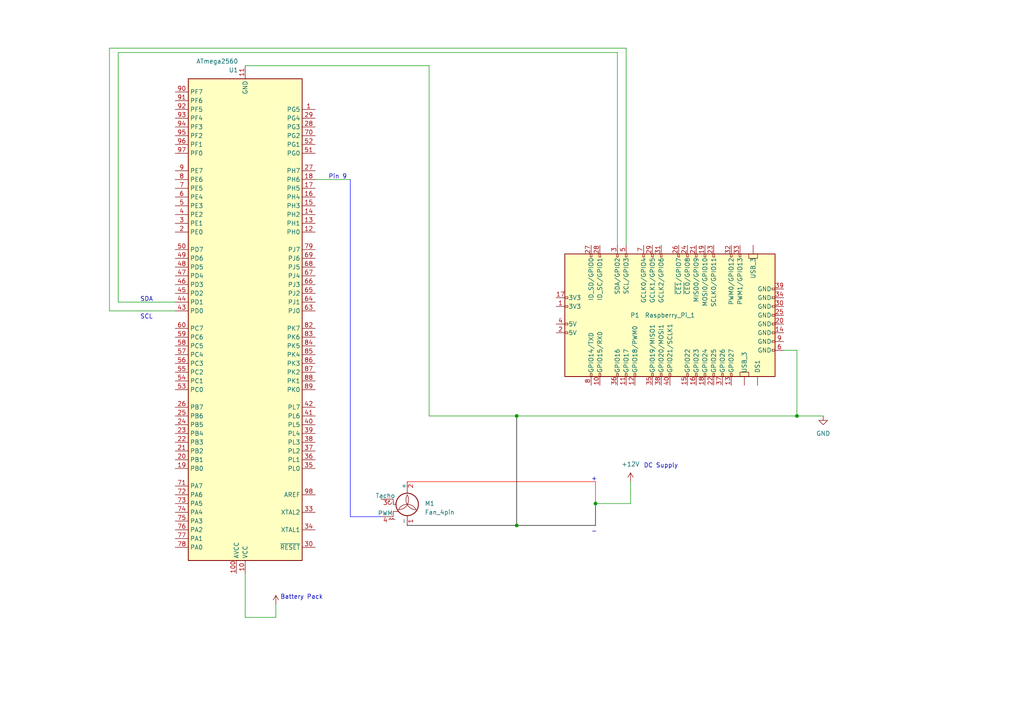
<source format=kicad_sch>
(kicad_sch (version 20230121) (generator eeschema)
  (paper "A4")
  (lib_symbols
    (symbol "Connector:Raspberry_Pi_2_3" (pin_names (offset 1.016))
      (property "Reference" "P?" (at -39.37 10.9095 90))
      (property "Value" "Raspberry_Pi_1" (at -39.37 8.3695 90))
      (symbol "Raspberry_Pi_2_3_0_1"
        (rectangle (start -17.78 30.48) (end 17.78 -30.48) (stroke (width 0.254)) (fill (type background)))
      )
      (symbol "Raspberry_Pi_2_3_1_1"
        (rectangle (start -17.78 -20.32) (end -16.51 -22.86))
        (rectangle (start -16.891 -17.526) (end -17.78 -18.034))
        (rectangle (start -16.891 -14.986) (end -17.78 -15.494))
        (rectangle (start -16.891 -12.446) (end -17.78 -12.954))
        (rectangle (start -16.891 -9.906) (end -17.78 -10.414))
        (rectangle (start -16.891 -7.366) (end -17.78 -7.874))
        (rectangle (start -16.891 -4.826) (end -17.78 -5.334))
        (rectangle (start -16.891 0.254) (end -17.78 -0.254))
        (rectangle (start -16.891 2.794) (end -17.78 2.286))
        (rectangle (start -16.891 5.334) (end -17.78 4.826))
        (rectangle (start -16.891 10.414) (end -17.78 9.906))
        (rectangle (start -16.891 12.954) (end -17.78 12.446))
        (rectangle (start -16.891 15.494) (end -17.78 14.986))
        (rectangle (start -16.891 20.574) (end -17.78 20.066))
        (rectangle (start -16.891 23.114) (end -17.78 22.606))
        (rectangle (start -10.414 -29.591) (end -9.906 -30.48))
        (rectangle (start -7.874 -29.591) (end -7.366 -30.48))
        (rectangle (start -5.334 -29.591) (end -4.826 -30.48))
        (rectangle (start -5.334 30.48) (end -4.826 29.591))
        (rectangle (start -2.794 -29.591) (end -2.286 -30.48))
        (rectangle (start -2.794 30.48) (end -2.286 29.591))
        (rectangle (start -0.254 -29.591) (end 0.254 -30.48))
        (rectangle (start 2.286 -29.591) (end 2.794 -30.48))
        (rectangle (start 2.286 30.48) (end 2.794 29.591))
        (rectangle (start 4.826 -29.591) (end 5.334 -30.48))
        (rectangle (start 4.826 30.48) (end 5.334 29.591))
        (rectangle (start 7.366 -29.591) (end 7.874 -30.48))
        (rectangle (start 16.51 -22.86) (end 17.78 -25.4))
        (rectangle (start 17.78 -20.066) (end 16.891 -20.574))
        (rectangle (start 17.78 -17.526) (end 16.891 -18.034))
        (rectangle (start 17.78 -12.446) (end 16.891 -12.954))
        (rectangle (start 17.78 -9.906) (end 16.891 -10.414))
        (rectangle (start 17.78 -7.366) (end 16.891 -7.874))
        (rectangle (start 17.78 -4.826) (end 16.891 -5.334))
        (rectangle (start 17.78 -2.286) (end 16.891 -2.794))
        (rectangle (start 17.78 2.794) (end 16.891 2.286))
        (rectangle (start 17.78 5.334) (end 16.891 4.826))
        (rectangle (start 17.78 7.874) (end 16.891 7.366))
        (rectangle (start 17.78 12.954) (end 16.891 12.446))
        (rectangle (start 17.78 15.494) (end 16.891 14.986))
        (rectangle (start 17.78 20.574) (end 16.891 20.066))
        (rectangle (start 17.78 23.114) (end 16.891 22.606))
        (pin bidirectional line (at -20.32 -25.4 0) (length 2.54) (name "DS1") (number ""))
        (pin bidirectional line (at -20.32 -21.59 0) (length 2.54) (name "USB_3") (number ""))
        (pin bidirectional line (at 20.32 -24.13 180) (length 2.54) (name "USB_3") (number ""))
        (pin power_in line (at 2.54 33.02 270) (length 2.54) (name "3V3") (number "1"))
        (pin bidirectional line (at -20.32 20.32 0) (length 2.54) (name "GPIO15/RXD") (number "10"))
        (pin bidirectional line (at -20.32 12.7 0) (length 2.54) (name "GPIO17") (number "11"))
        (pin bidirectional line (at -20.32 10.16 0) (length 2.54) (name "GPIO18/PWM0") (number "12"))
        (pin bidirectional line (at -20.32 -17.78 0) (length 2.54) (name "GPIO27") (number "13"))
        (pin power_in line (at -5.08 -33.02 90) (length 2.54) (name "GND") (number "14"))
        (pin bidirectional line (at -20.32 -5.08 0) (length 2.54) (name "GPIO22") (number "15"))
        (pin bidirectional line (at -20.32 -7.62 0) (length 2.54) (name "GPIO23") (number "16"))
        (pin power_in line (at 5.08 33.02 270) (length 2.54) (name "3V3") (number "17"))
        (pin bidirectional line (at -20.32 -10.16 0) (length 2.54) (name "GPIO24") (number "18"))
        (pin bidirectional line (at 20.32 -10.16 180) (length 2.54) (name "MOSI0/GPIO10") (number "19"))
        (pin power_in line (at -5.08 33.02 270) (length 2.54) (name "5V") (number "2"))
        (pin power_in line (at -2.54 -33.02 90) (length 2.54) (name "GND") (number "20"))
        (pin bidirectional line (at 20.32 -7.62 180) (length 2.54) (name "MISO0/GPIO9") (number "21"))
        (pin bidirectional line (at -20.32 -12.7 0) (length 2.54) (name "GPIO25") (number "22"))
        (pin bidirectional line (at 20.32 -12.7 180) (length 2.54) (name "SCLK0/GPIO11") (number "23"))
        (pin bidirectional line (at 20.32 -5.08 180) (length 2.54) (name "~{CE0}/GPIO8") (number "24"))
        (pin power_in line (at 0 -33.02 90) (length 2.54) (name "GND") (number "25"))
        (pin bidirectional line (at 20.32 -2.54 180) (length 2.54) (name "~{CE1}/GPIO7") (number "26"))
        (pin bidirectional line (at 20.32 22.86 180) (length 2.54) (name "ID_SD/GPIO0") (number "27"))
        (pin bidirectional line (at 20.32 20.32 180) (length 2.54) (name "ID_SC/GPIO1") (number "28"))
        (pin bidirectional line (at 20.32 5.08 180) (length 2.54) (name "GCLK1/GPIO5") (number "29"))
        (pin bidirectional line (at 20.32 15.24 180) (length 2.54) (name "SDA/GPIO2") (number "3"))
        (pin power_in line (at 2.54 -33.02 90) (length 2.54) (name "GND") (number "30"))
        (pin bidirectional line (at 20.32 2.54 180) (length 2.54) (name "GCLK2/GPIO6") (number "31"))
        (pin bidirectional line (at 20.32 -17.78 180) (length 2.54) (name "PWM0/GPIO12") (number "32"))
        (pin bidirectional line (at 20.32 -20.32 180) (length 2.54) (name "PWM1/GPIO13") (number "33"))
        (pin power_in line (at 5.08 -33.02 90) (length 2.54) (name "GND") (number "34"))
        (pin bidirectional line (at -20.32 5.08 0) (length 2.54) (name "GPIO19/MISO1") (number "35"))
        (pin bidirectional line (at -20.32 15.24 0) (length 2.54) (name "GPIO16") (number "36"))
        (pin bidirectional line (at -20.32 -15.24 0) (length 2.54) (name "GPIO26") (number "37"))
        (pin bidirectional line (at -20.32 2.54 0) (length 2.54) (name "GPIO20/MOSI1") (number "38"))
        (pin power_in line (at 7.62 -33.02 90) (length 2.54) (name "GND") (number "39"))
        (pin power_in line (at -2.54 33.02 270) (length 2.54) (name "5V") (number "4"))
        (pin bidirectional line (at -20.32 0 0) (length 2.54) (name "GPIO21/SCLK1") (number "40"))
        (pin bidirectional line (at 20.32 12.7 180) (length 2.54) (name "SCL/GPIO3") (number "5"))
        (pin power_in line (at -10.16 -33.02 90) (length 2.54) (name "GND") (number "6"))
        (pin bidirectional line (at 20.32 7.62 180) (length 2.54) (name "GCLK0/GPIO4") (number "7"))
        (pin bidirectional line (at -20.32 22.86 0) (length 2.54) (name "GPIO14/TXD") (number "8"))
        (pin power_in line (at -7.62 -33.02 90) (length 2.54) (name "GND") (number "9"))
      )
    )
    (symbol "MCU_Microchip_ATmega:ATmega2560-16A"
      (property "Reference" "U" (at 0 1.27 0))
      (property "Value" "ATmega2560-16A" (at 0 -1.27 0))
      (symbol "ATmega2560-16A_0_1"
        (rectangle (start -16.51 -69.85) (end 16.51 69.85) (stroke (width 0.254)) (fill (type background)))
      )
      (symbol "ATmega2560-16A_1_1"
        (pin bidirectional line (at -20.32 -60.96 0) (length 3.81) (name "PG5") (number "1"))
        (pin power_in line (at 0 73.66 270) (length 3.81) (name "VCC") (number "10"))
        (pin power_in line (at 2.54 73.66 270) (length 3.81) (name "AVCC") (number "100"))
        (pin power_in line (at 0 -73.66 90) (length 3.81) (name "GND") (number "11"))
        (pin bidirectional line (at -20.32 -25.4 0) (length 3.81) (name "PH0") (number "12"))
        (pin bidirectional line (at -20.32 -27.94 0) (length 3.81) (name "PH1") (number "13"))
        (pin bidirectional line (at -20.32 -30.48 0) (length 3.81) (name "PH2") (number "14"))
        (pin bidirectional line (at -20.32 -33.02 0) (length 3.81) (name "PH3") (number "15"))
        (pin bidirectional line (at -20.32 -35.56 0) (length 3.81) (name "PH4") (number "16"))
        (pin bidirectional line (at -20.32 -38.1 0) (length 3.81) (name "PH5") (number "17"))
        (pin bidirectional line (at -20.32 -40.64 0) (length 3.81) (name "PH6") (number "18"))
        (pin bidirectional line (at 20.32 43.18 180) (length 3.81) (name "PB0") (number "19"))
        (pin bidirectional line (at 20.32 -25.4 180) (length 3.81) (name "PE0") (number "2"))
        (pin bidirectional line (at 20.32 40.64 180) (length 3.81) (name "PB1") (number "20"))
        (pin bidirectional line (at 20.32 38.1 180) (length 3.81) (name "PB2") (number "21"))
        (pin bidirectional line (at 20.32 35.56 180) (length 3.81) (name "PB3") (number "22"))
        (pin bidirectional line (at 20.32 33.02 180) (length 3.81) (name "PB4") (number "23"))
        (pin bidirectional line (at 20.32 30.48 180) (length 3.81) (name "PB5") (number "24"))
        (pin bidirectional line (at 20.32 27.94 180) (length 3.81) (name "PB6") (number "25"))
        (pin bidirectional line (at 20.32 25.4 180) (length 3.81) (name "PB7") (number "26"))
        (pin bidirectional line (at -20.32 -43.18 0) (length 3.81) (name "PH7") (number "27"))
        (pin bidirectional line (at -20.32 -55.88 0) (length 3.81) (name "PG3") (number "28"))
        (pin bidirectional line (at -20.32 -58.42 0) (length 3.81) (name "PG4") (number "29"))
        (pin bidirectional line (at 20.32 -27.94 180) (length 3.81) (name "PE1") (number "3"))
        (pin input line (at -20.32 66.04 0) (length 3.81) (name "~{RESET}") (number "30"))
        (pin passive line (at 0 73.66 270) (length 3.81) hide (name "VCC") (number "31"))
        (pin passive line (at 0 -73.66 90) (length 3.81) hide (name "GND") (number "32"))
        (pin output line (at -20.32 55.88 0) (length 3.81) (name "XTAL2") (number "33"))
        (pin input line (at -20.32 60.96 0) (length 3.81) (name "XTAL1") (number "34"))
        (pin bidirectional line (at -20.32 43.18 0) (length 3.81) (name "PL0") (number "35"))
        (pin bidirectional line (at -20.32 40.64 0) (length 3.81) (name "PL1") (number "36"))
        (pin bidirectional line (at -20.32 38.1 0) (length 3.81) (name "PL2") (number "37"))
        (pin bidirectional line (at -20.32 35.56 0) (length 3.81) (name "PL3") (number "38"))
        (pin bidirectional line (at -20.32 33.02 0) (length 3.81) (name "PL4") (number "39"))
        (pin bidirectional line (at 20.32 -30.48 180) (length 3.81) (name "PE2") (number "4"))
        (pin bidirectional line (at -20.32 30.48 0) (length 3.81) (name "PL5") (number "40"))
        (pin bidirectional line (at -20.32 27.94 0) (length 3.81) (name "PL6") (number "41"))
        (pin bidirectional line (at -20.32 25.4 0) (length 3.81) (name "PL7") (number "42"))
        (pin bidirectional line (at 20.32 -2.54 180) (length 3.81) (name "PD0") (number "43"))
        (pin bidirectional line (at 20.32 -5.08 180) (length 3.81) (name "PD1") (number "44"))
        (pin bidirectional line (at 20.32 -7.62 180) (length 3.81) (name "PD2") (number "45"))
        (pin bidirectional line (at 20.32 -10.16 180) (length 3.81) (name "PD3") (number "46"))
        (pin bidirectional line (at 20.32 -12.7 180) (length 3.81) (name "PD4") (number "47"))
        (pin bidirectional line (at 20.32 -15.24 180) (length 3.81) (name "PD5") (number "48"))
        (pin bidirectional line (at 20.32 -17.78 180) (length 3.81) (name "PD6") (number "49"))
        (pin bidirectional line (at 20.32 -33.02 180) (length 3.81) (name "PE3") (number "5"))
        (pin bidirectional line (at 20.32 -20.32 180) (length 3.81) (name "PD7") (number "50"))
        (pin bidirectional line (at -20.32 -48.26 0) (length 3.81) (name "PG0") (number "51"))
        (pin bidirectional line (at -20.32 -50.8 0) (length 3.81) (name "PG1") (number "52"))
        (pin bidirectional line (at 20.32 20.32 180) (length 3.81) (name "PC0") (number "53"))
        (pin bidirectional line (at 20.32 17.78 180) (length 3.81) (name "PC1") (number "54"))
        (pin bidirectional line (at 20.32 15.24 180) (length 3.81) (name "PC2") (number "55"))
        (pin bidirectional line (at 20.32 12.7 180) (length 3.81) (name "PC3") (number "56"))
        (pin bidirectional line (at 20.32 10.16 180) (length 3.81) (name "PC4") (number "57"))
        (pin bidirectional line (at 20.32 7.62 180) (length 3.81) (name "PC5") (number "58"))
        (pin bidirectional line (at 20.32 5.08 180) (length 3.81) (name "PC6") (number "59"))
        (pin bidirectional line (at 20.32 -35.56 180) (length 3.81) (name "PE4") (number "6"))
        (pin bidirectional line (at 20.32 2.54 180) (length 3.81) (name "PC7") (number "60"))
        (pin passive line (at 0 73.66 270) (length 3.81) hide (name "VCC") (number "61"))
        (pin passive line (at 0 -73.66 90) (length 3.81) hide (name "GND") (number "62"))
        (pin bidirectional line (at -20.32 -2.54 0) (length 3.81) (name "PJ0") (number "63"))
        (pin bidirectional line (at -20.32 -5.08 0) (length 3.81) (name "PJ1") (number "64"))
        (pin bidirectional line (at -20.32 -7.62 0) (length 3.81) (name "PJ2") (number "65"))
        (pin bidirectional line (at -20.32 -10.16 0) (length 3.81) (name "PJ3") (number "66"))
        (pin bidirectional line (at -20.32 -12.7 0) (length 3.81) (name "PJ4") (number "67"))
        (pin bidirectional line (at -20.32 -15.24 0) (length 3.81) (name "PJ5") (number "68"))
        (pin bidirectional line (at -20.32 -17.78 0) (length 3.81) (name "PJ6") (number "69"))
        (pin bidirectional line (at 20.32 -38.1 180) (length 3.81) (name "PE5") (number "7"))
        (pin bidirectional line (at -20.32 -53.34 0) (length 3.81) (name "PG2") (number "70"))
        (pin bidirectional line (at 20.32 48.26 180) (length 3.81) (name "PA7") (number "71"))
        (pin bidirectional line (at 20.32 50.8 180) (length 3.81) (name "PA6") (number "72"))
        (pin bidirectional line (at 20.32 53.34 180) (length 3.81) (name "PA5") (number "73"))
        (pin bidirectional line (at 20.32 55.88 180) (length 3.81) (name "PA4") (number "74"))
        (pin bidirectional line (at 20.32 58.42 180) (length 3.81) (name "PA3") (number "75"))
        (pin bidirectional line (at 20.32 60.96 180) (length 3.81) (name "PA2") (number "76"))
        (pin bidirectional line (at 20.32 63.5 180) (length 3.81) (name "PA1") (number "77"))
        (pin bidirectional line (at 20.32 66.04 180) (length 3.81) (name "PA0") (number "78"))
        (pin bidirectional line (at -20.32 -20.32 0) (length 3.81) (name "PJ7") (number "79"))
        (pin bidirectional line (at 20.32 -40.64 180) (length 3.81) (name "PE6") (number "8"))
        (pin passive line (at 0 73.66 270) (length 3.81) hide (name "VCC") (number "80"))
        (pin passive line (at 0 -73.66 90) (length 3.81) hide (name "GND") (number "81"))
        (pin bidirectional line (at -20.32 2.54 0) (length 3.81) (name "PK7") (number "82"))
        (pin bidirectional line (at -20.32 5.08 0) (length 3.81) (name "PK6") (number "83"))
        (pin bidirectional line (at -20.32 7.62 0) (length 3.81) (name "PK5") (number "84"))
        (pin bidirectional line (at -20.32 10.16 0) (length 3.81) (name "PK4") (number "85"))
        (pin bidirectional line (at -20.32 12.7 0) (length 3.81) (name "PK3") (number "86"))
        (pin bidirectional line (at -20.32 15.24 0) (length 3.81) (name "PK2") (number "87"))
        (pin bidirectional line (at -20.32 17.78 0) (length 3.81) (name "PK1") (number "88"))
        (pin bidirectional line (at -20.32 20.32 0) (length 3.81) (name "PK0") (number "89"))
        (pin bidirectional line (at 20.32 -43.18 180) (length 3.81) (name "PE7") (number "9"))
        (pin bidirectional line (at 20.32 -66.04 180) (length 3.81) (name "PF7") (number "90"))
        (pin bidirectional line (at 20.32 -63.5 180) (length 3.81) (name "PF6") (number "91"))
        (pin bidirectional line (at 20.32 -60.96 180) (length 3.81) (name "PF5") (number "92"))
        (pin bidirectional line (at 20.32 -58.42 180) (length 3.81) (name "PF4") (number "93"))
        (pin bidirectional line (at 20.32 -55.88 180) (length 3.81) (name "PF3") (number "94"))
        (pin bidirectional line (at 20.32 -53.34 180) (length 3.81) (name "PF2") (number "95"))
        (pin bidirectional line (at 20.32 -50.8 180) (length 3.81) (name "PF1") (number "96"))
        (pin bidirectional line (at 20.32 -48.26 180) (length 3.81) (name "PF0") (number "97"))
        (pin passive line (at -20.32 50.8 0) (length 3.81) (name "AREF") (number "98"))
        (pin passive line (at 0 -73.66 90) (length 3.81) hide (name "GND") (number "99"))
      )
    )
    (symbol "Motor:Fan_4pin" (pin_names (offset 0))
      (property "Reference" "M" (at 2.54 5.08 0))
      (property "Value" "Fan_4pin" (at 2.54 -2.54 0))
      (symbol "Fan_4pin_0_0"
        (arc (start -5.588 1.524) (mid -5.08 1.0182) (end -4.572 1.524))
        (arc (start -5.08 2.032) (mid -5.4392 1.8832) (end -5.588 1.524))
        (polyline (pts (xy -5.08 2.032) (xy -5.334 2.159)))
        (polyline (pts (xy -5.08 2.032) (xy -5.207 1.778)))
        (polyline (pts (xy -4.064 2.54) (xy -4.064 1.016) (xy -3.302 1.016)))
      )
      (symbol "Fan_4pin_0_1"
        (arc (start -2.54 -0.508) (mid 0.0028 0.9121) (end 0 3.81))
        (polyline (pts (xy -4.064 2.54) (xy -5.08 2.54)))
        (polyline (pts (xy 0 -5.08) (xy 0 -4.572)))
        (polyline (pts (xy 0 -2.2352) (xy 0 -2.6416)))
        (polyline (pts (xy 0 4.2672) (xy 0 4.6228)))
        (polyline (pts (xy 0 4.572) (xy 0 5.08)))
        (polyline (pts (xy -2.54 -1.016) (xy -4.064 -1.016) (xy -4.064 -2.54) (xy -5.08 -2.54)))
        (polyline (pts (xy -5.334 -3.302) (xy -5.08 -3.302) (xy -5.08 -3.048) (xy -4.826 -3.048) (xy -4.826 -3.302) (xy -4.318 -3.302) (xy -4.318 -3.048) (xy -4.064 -3.048) (xy -4.064 -3.302) (xy -3.556 -3.302)))
        (circle (center 0 1.016) (radius 3.2512) (stroke (width 0.254)))
        (arc (start 0 3.81) (mid 0.053 0.921) (end 2.54 -0.508))
        (arc (start 2.54 -0.508) (mid 0 1.0618) (end -2.54 -0.508))
      )
      (symbol "Fan_4pin_1_1"
        (pin passive line (at 0 -5.08 90) (length 2.54) (name "-") (number "1"))
        (pin passive line (at 0 7.62 270) (length 2.54) (name "+") (number "2"))
        (pin passive line (at -7.62 2.54 0) (length 2.54) (name "Tacho") (number "3"))
        (pin input line (at -7.62 -2.54 0) (length 2.54) (name "PWM") (number "4"))
      )
    )
    (symbol "power:+12V" (power) (pin_names (offset 0))
      (property "Value" "+12V" (at 0 3.556 0))
      (symbol "+12V_0_1"
        (polyline (pts (xy -0.762 1.27) (xy 0 2.54)))
        (polyline (pts (xy 0 0) (xy 0 2.54)))
        (polyline (pts (xy 0 2.54) (xy 0.762 1.27)))
      )
      (symbol "+12V_1_1"
        (pin power_in line (at 0 0 90) (length 0) hide (name "+12V") (number "1"))
      )
    )
    (symbol "power:+BATT" (power) (pin_names (offset 0) hide)
      (property "Value" "+BATT" (at 0 3.556 0))
      (symbol "+BATT_0_1"
        (polyline (pts (xy -0.762 1.27) (xy 0 2.54)))
        (polyline (pts (xy 0 0) (xy 0 2.54)))
        (polyline (pts (xy 0 2.54) (xy 0.762 1.27)))
      )
      (symbol "+BATT_1_1"
        (pin power_in line (at 0 0 90) (length 0) hide (name "+BATT") (number "1"))
      )
    )
    (symbol "power:GND" (power) (pin_names (offset 0))
      (property "Value" "GND" (at 0 -3.81 0))
      (symbol "GND_0_1"
        (polyline (pts (xy 0 0) (xy 0 -1.27) (xy 1.27 -1.27) (xy 0 -2.54) (xy -1.27 -1.27) (xy 0 -1.27)))
      )
      (symbol "GND_1_1"
        (pin power_in line (at 0 0 270) (length 0) hide (name "GND") (number "1"))
      )
    )
  )
  (junction (at 149.86 152.4))
  (junction (at 149.86 120.65))
  (junction (at 172.72 146.05))
  (junction (at 231.14 120.65))
  (wire (pts (xy 71.12 19.05) (xy 124.46 19.05)))
  (wire (pts (xy 118.11 139.7) (xy 172.72 139.7)) (stroke (width 0) (color 255 0 0 1)))
  (wire (pts (xy 124.46 120.65) (xy 149.86 120.65)))
  (wire (pts (xy 182.88 139.7) (xy 182.88 146.05)))
  (wire (pts (xy 34.29 87.63) (xy 34.29 15.24)))
  (wire (pts (xy 231.14 101.6) (xy 231.14 120.65)))
  (wire (pts (xy 172.72 146.05) (xy 172.72 139.7)) (stroke (width 0) (color 255 0 0 1)))
  (wire (pts (xy 179.07 15.24) (xy 179.07 71.12)))
  (wire (pts (xy 31.75 13.97) (xy 181.61 13.97)))
  (wire (pts (xy 71.12 166.37) (xy 71.12 179.07)))
  (wire (pts (xy 172.72 146.05) (xy 172.72 152.4)) (stroke (width 0) (color 0 0 0 1)))
  (wire (pts (xy 34.29 15.24) (xy 179.07 15.24)))
  (wire (pts (xy 31.75 90.17) (xy 31.75 13.97)))
  (wire (pts (xy 149.86 152.4) (xy 172.72 152.4)) (stroke (width 0) (color 0 0 0 1)))
  (wire (pts (xy 50.8 87.63) (xy 34.29 87.63)))
  (wire (pts (xy 182.88 146.05) (xy 172.72 146.05)))
  (wire (pts (xy 118.11 152.4) (xy 149.86 152.4)) (stroke (width 0) (color 0 0 0 1)))
  (wire (pts (xy 91.44 52.07) (xy 101.6 52.07)))
  (wire (pts (xy 71.12 179.07) (xy 80.01 179.07)))
  (wire (pts (xy 149.86 120.65) (xy 231.14 120.65)))
  (wire (pts (xy 101.6 52.07) (xy 101.6 149.86)) (stroke (width 0) (color 0 0 255 1)))
  (wire (pts (xy 231.14 120.65) (xy 238.76 120.65)))
  (wire (pts (xy 50.8 90.17) (xy 31.75 90.17)))
  (wire (pts (xy 227.33 101.6) (xy 231.14 101.6)))
  (wire (pts (xy 181.61 13.97) (xy 181.61 71.12)))
  (wire (pts (xy 124.46 19.05) (xy 124.46 120.65)))
  (wire (pts (xy 149.86 120.65) (xy 149.86 152.4)) (stroke (width 0) (color 0 0 0 1)))
  (wire (pts (xy 101.6 149.86) (xy 110.49 149.86)) (stroke (width 0) (color 0 0 255 1)))
  (wire (pts (xy 80.01 175.26) (xy 80.01 179.07)))
  (text "+\n" (at 171.45 139.7 0) (effects (font (size 1.27 1.27)) (justify left bottom)))
  (text "-" (at 171.45 154.94 0) (effects (font (size 1.27 1.27)) (justify left bottom)))
  (text "SDA\n" (at 40.64 87.63 0) (effects (font (size 1.27 1.27)) (justify left bottom)))
  (text "Battery Pack\n" (at 81.28 173.99 0) (effects (font (size 1.27 1.27)) (justify left bottom)))
  (text "Pin 9\n" (at 95.25 52.07 0) (effects (font (size 1.27 1.27)) (justify left bottom)))
  (text "DC Supply\n" (at 186.69 135.89 0) (effects (font (size 1.27 1.27)) (justify left bottom)))
  (text "SCL\n" (at 40.64 92.71 0) (effects (font (size 1.27 1.27)) (justify left bottom)))
  (symbol (lib_id "Connector:Raspberry_Pi_2_3") (at 194.31 91.44 90) (unit 1)
    (property "Reference" "P1" (at 184.15 91.44 90))
    (property "Value" "Raspberry_Pi_1" (at 194.31 91.44 90))
    (property "Datasheet" "https://www.raspberrypi.org/documentation/hardware/raspberrypi/schematics/rpi_SCH_3bplus_1p0_reduced.pdf" (effects hide))
  )
  (symbol (lib_id "power:+12V") (at 182.88 139.7 0) (unit 1)
    (property "Reference" "#PWR01" (effects hide))
    (property "Value" "+12V" (at 182.88 134.62 0))
  )
  (symbol (lib_id "MCU_Microchip_ATmega:ATmega2560-16A") (at 71.12 92.71 180) (unit 1)
    (property "Reference" "U1" (at 69.1006 20.32 0) (effects (justify left)))
    (property "Value" "ATmega2560" (at 69.1006 17.78 0) (effects (justify left)))
    (property "Footprint" "Package_QFP:TQFP-100_14x14mm_P0.5mm" (effects hide))
    (property "Datasheet" "http://ww1.microchip.com/downloads/en/DeviceDoc/Atmel-2549-8-bit-AVR-Microcontroller-ATmega640-1280-1281-2560-2561_datasheet.pdf" (effects hide))
  )
  (symbol (lib_id "Motor:Fan_4pin") (at 118.11 147.32 0) (unit 1)
    (property "Reference" "M1" (at 123.19 146.05 0) (effects (justify left)))
    (property "Value" "Fan_4pin" (at 123.19 148.59 0) (effects (justify left)))
    (property "Datasheet" "http://www.formfactors.org/developer%5Cspecs%5Crev1_2_public.pdf" (effects hide))
  )
  (symbol (lib_id "power:GND") (at 238.76 120.65 0) (unit 1)
    (property "Reference" "#PWR02" (effects hide))
    (property "Value" "GND" (at 238.76 125.73 0))
  )
  (symbol (lib_id "power:+BATT") (at 80.01 175.26 0) (unit 1)
    (property "Reference" "#PWR03" (effects hide))
    (property "Value" "+BATT" (effects hide))
  )
)
</source>
